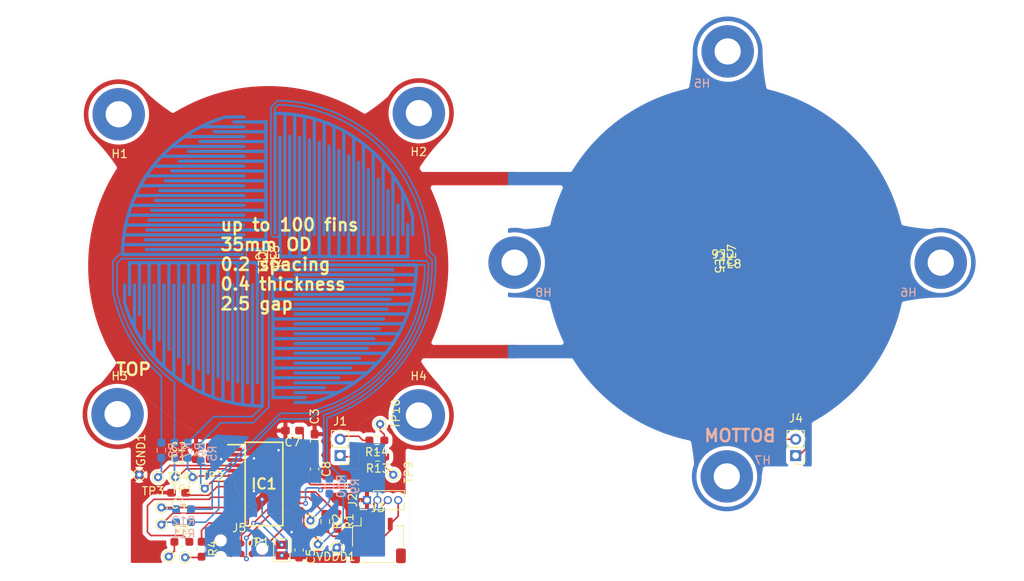
<source format=kicad_pcb>
(kicad_pcb (version 20241229) (generator "pcbnew") (generator_version "9.0")
  (layers (0 "F.Cu" signal) (2 "B.Cu" signal) (13 "F.Paste" user) (15 "B.Paste" user) (5 "F.SilkS" user "F.Silkscreen") (7 "B.SilkS" user "B.Silkscreen") (1 "F.Mask" user) (3 "B.Mask" user) (25 "Edge.Cuts" user))
  (net 0 "")
  (net 1 "Net-(IC1-VCCD)")
  (net 2 "GND")
  (net 3 "VDD")
  (net 4 "Net-(IC1-P5.2)")
  (net 5 "Net-(IC1-P5.3)")
  (net 6 "Net-(IC1-P5.0)")
  (net 7 "Net-(CE1-Pad2)")
  (net 8 "Net-(CE1-Pad1)")
  (net 9 "Net-(CE2-Pad2)")
  (net 10 "Net-(CE2-Pad1)")
  (net 15 "Net-(CE3-Pad1)")
  (net 16 "Net-(CE3-Pad2)")
  (net 17 "Net-(CE4-Pad1)")
  (net 18 "Net-(CE4-Pad2)")
  (net 19 "CAP3B")
  (net 20 "CAP2A")
  (net 22 "Net-(IC1-P0.1)")
  (net 27 "CAP0B")
  (net 28 "/RESET")
  (net 29 "Net-(IC1-P3.7)")
  (net 30 "CAP0A")
  (net 31 "CAP4A")
  (net 32 "Net-(IC1-P0.0)")
  (net 33 "CAP1A")
  (net 34 "CAP2B")
  (net 35 "CAP4B")
  (net 36 "Net-(IC1-P2.1)")
  (net 37 "Net-(IC1-P3.6)")
  (net 38 "CAP1B")
  (net 39 "Net-(IC1-P2.0)")
  (net 40 "CAP3A")
  (net 41 "SCL")
  (net 42 "SDA")
  (net 43 "/UART_TX")
  (net 44 "/UART_RX")
  (net 45 "Net-(J1-Pin_1)")
  (net 46 "Net-(J1-Pin_2)")
  (footprint "ECE382N:04W_02S_COIL_BACK" (layer "F.Cu") (at 186.462915 50.091 180)
    (property "Reference" "CE2")
    (property "Value" "C")
  )
  (footprint "MountingHole:MountingHole_3.2mm_M3_Pad" (layer "F.Cu") (at 216.813046 51.087283)
    (property "Reference" "H8")
    (property "Value" "~")
  )
  (footprint "ECE382N:04W_02S_COIL_BACK" (layer "F.Cu") (at 187.567915 50.341 90)
    (property "Reference" "CE3")
    (property "Value" "C")
  )
  (footprint "Capacitor_SMD:C_0603_1608Metric_Pad1.08x0.95mm_HandSolder" (layer "F.Cu") (at 175.8 79.2 180)
    (property "Reference" "C4")
    (property "Value" "0.1uF")
  )
  (footprint "TestPoint:TestPoint_THTPad_D1.0mm_Drill0.5mm" (layer "F.Cu") (at 177.5 77.3)
    (property "Reference" "TP2")
    (property "Value" "TestPoint")
  )
  (footprint "MountingHole:MountingHole_3.2mm_M3_Pad" (layer "F.Cu") (at 242.822646 25.280883)
    (property "Reference" "H5")
    (property "Value" "~")
  )
  (footprint "Resistor_SMD:R_0603_1608Metric_Pad0.98x0.95mm_HandSolder" (layer "F.Cu") (at 200 72.8 180)
    (property "Reference" "R14")
    (property "Value" "560")
  )
  (footprint "Connector_PinHeader_1.27mm:PinHeader_1x04_P1.27mm_Vertical" (layer "F.Cu") (at 198.795 80.1 90)
    (property "Reference" "J2")
    (property "Value" "Conn_01x04")
  )
  (footprint "Capacitor_SMD:C_0603_1608Metric_Pad1.08x0.95mm_HandSolder" (layer "F.Cu") (at 178.8 75.1 180)
    (property "Reference" "C1")
    (property "Value" "0.1uF")
  )
  (footprint "ECE382N:04W_02S_COIL_FRONT" (layer "F.Cu") (at 242.23072 49.976 180)
    (property "Reference" "CE6")
    (property "Value" "C")
  )
  (footprint "Connector_PinHeader_2.00mm:PinHeader_1x02_P2.00mm_Vertical" (layer "F.Cu") (at 251.121 74.66 180)
    (property "Reference" "J4")
    (property "Value" "Conn_01x02")
  )
  (footprint "TestPoint:TestPoint_THTPad_D1.0mm_Drill0.5mm" (layer "F.Cu") (at 175.4 77.3 180)
    (property "Reference" "TP3")
    (property "Value" "TestPoint")
  )
  (footprint "ECE382N:04W_02S_COIL_FRONT" (layer "F.Cu") (at 243.33572 50.226 90)
    (property "Reference" "CE7")
    (property "Value" "C")
  )
  (footprint "Jumper:SolderJumper-2_P1.3mm_Open_Pad1.0x1.5mm" (layer "F.Cu") (at 188.4 86.2125 90)
    (property "Reference" "JP1")
    (property "Value" "SolderJumper_2_Open")
  )
  (footprint "Capacitor_SMD:C_0603_1608Metric_Pad1.08x0.95mm_HandSolder" (layer "F.Cu") (at 192.4 72.9 90)
    (property "Reference" "C3")
    (property "Value" "2.2n")
  )
  (footprint "TestPoint:TestPoint_THTPad_D1.0mm_Drill0.5mm" (layer "F.Cu") (at 173.7 81 180)
    (property "Reference" "TP8" (hide yes))
    (property "Value" "TestPoint")
  )
  (footprint "TestPoint:TestPoint_THTPad_D1.0mm_Drill0.5mm" (layer "F.Cu") (at 202 77 180)
    (property "Reference" "TP9")
    (property "Value" "TestPoint")
  )
  (footprint "MountingHole:MountingHole_3.2mm_M3_Pad" (layer "F.Cu") (at 168.491566 32.958434)
    (property "Reference" "H1")
    (property "Value" "~")
  )
  (footprint "Connector_PinHeader_2.00mm:PinHeader_1x02_P2.00mm_Vertical" (layer "F.Cu") (at 195.5161 74.66 180)
    (property "Reference" "J1")
    (property "Value" "Conn_01x02" (hide yes))
  )
  (footprint "Connector_JST:JST_SH_SM04B-SRSS-TB_1x04-1MP_P1.00mm_Horizontal" (layer "F.Cu") (at 200.137801 85.026409)
    (property "Reference" "J3")
    (property "Value" "Conn_01x04")
  )
  (footprint "MountingHole:MountingHole_3.2mm_M3_Pad" (layer "F.Cu") (at 268.832246 51.087283)
    (property "Reference" "H6")
    (property "Value" "~")
  )
  (footprint "ECE382N:SOP65P780X200-28N" (layer "F.Cu") (at 186.223505 78.125)
    (property "Reference" "IC1")
    (property "Value" "CY8C4145PVI-PS431" (hide yes))
  )
  (footprint "TestPoint:TestPoint_THTPad_D1.0mm_Drill0.5mm" (layer "F.Cu") (at 173.3 77.3 180)
    (property "Reference" "TP4")
    (property "Value" "TestPoint")
  )
  (footprint "MountingHole:MountingHole_3.2mm_M3_Pad" (layer "F.Cu") (at 205.131046 69.749583)
    (property "Reference" "H4")
    (property "Value" "~")
  )
  (footprint "ECE382N:04W_02S_COIL_BACK" (layer "F.Cu") (at 186.012915 51.102 -90)
    (property "Reference" "CE1")
    (property "Value" "C")
  )
  (footprint "TestPoint:TestPoint_THTPad_D1.0mm_Drill0.5mm" (layer "F.Cu") (at 192.8 85.5 90)
    (property "Reference" "TP5" (hide yes))
    (property "Value" "TestPoint")
  )
  (footprint "Resistor_SMD:R_0603_1608Metric_Pad0.98x0.95mm_HandSolder" (layer "F.Cu") (at 176.2 85.2)
    (property "Reference" "R3")
    (property "Value" "330")
  )
  (footprint "TestPoint:TestPoint_THTPad_D1.0mm_Drill0.5mm" (layer "F.Cu") (at 174.6 87)
    (property "Reference" "TP11" (hide yes))
    (property "Value" "TestPoint")
  )
  (footprint "TestPoint:TestPoint_THTPad_D1.0mm_Drill0.5mm" (layer "F.Cu") (at 191.9 82.6)
    (property "Reference" "TP6" (hide yes))
    (property "Value" "TestPoint")
  )
  (footprint "ECE382N:04W_02S_COIL_BACK" (layer "F.Cu") (at 187.317915 51.362)
    (property "Reference" "CE4")
    (property "Value" "C")
  )
  (footprint "TestPoint:TestPoint_THTPad_D1.0mm_Drill0.5mm" (layer "F.Cu") (at 200.4 70.8 180)
    (property "Reference" "TP10")
    (property "Value" "TestPoint")
  )
  (footprint "Resistor_SMD:R_0603_1608Metric_Pad0.98x0.95mm_HandSolder" (layer "F.Cu") (at 178.6 86.1 90)
    (property "Reference" "R4")
    (property "Value" "330")
  )
  (footprint "Capacitor_SMD:C_0603_1608Metric_Pad1.08x0.95mm_HandSolder" (layer "F.Cu") (at 192.4 76.3 -90)
    (property "Reference" "C8")
    (property "Value" "470n")
  )
  (footprint "Resistor_SMD:R_0603_1608Metric_Pad0.98x0.95mm_HandSolder" (layer "F.Cu") (at 195.2 82.7 -90)
    (property "Reference" "R1")
    (property "Value" "330")
  )
  (footprint "TestPoint:TestPoint_THTPad_D1.0mm_Drill0.5mm" (layer "F.Cu") (at 173.7 83.1 180)
    (property "Reference" "TP7" (hide yes))
    (property "Value" "TestPoint")
  )
  (footprint "ECE382N:04W_02S_COIL_FRONT" (layer "F.Cu") (at 243.08572 51.247)
    (property "Reference" "CE8")
    (property "Value" "C")
  )
  (footprint "Connector:Tag-Connect_TC2030-IDC-NL_2x03_P1.27mm_Vertical" (layer "F.Cu") (at 183.47 86.035 180)
    (property "Reference" "J5")
    (property "Value" "Conn_ARM_SWD_TagConnect_TC2030-NL")
  )
  (footprint "TestPoint:TestPoint_THTPad_D1.0mm_Drill0.5mm" (layer "F.Cu") (at 195.1 85.9 180)
    (property "Reference" "VDDD1")
    (property "Value" "TestPoint")
  )
  (footprint "ECE382N:04W_02S_COIL_FRONT" (layer "F.Cu") (at 241.78072 50.987 -90)
    (property "Reference" "CE5")
    (property "Value" "C")
  )
  (footprint "Capacitor_SMD:C_0603_1608Metric_Pad1.08x0.95mm_HandSolder" (layer "F.Cu") (at 190.5 86.2 -90)
    (property "Reference" "C5")
    (property "Value" "1uF")
  )
  (footprint "MountingHole:MountingHole_3.2mm_M3_Pad" (layer "F.Cu") (at 168.347876 69.597883)
    (property "Reference" "H3")
    (property "Value" "~")
  )
  (footprint "MountingHole:MountingHole_3.2mm_M3_Pad" (layer "F.Cu") (at 242.715396 77.204133)
    (property "Reference" "H7")
    (property "Value" "~")
  )
  (footprint "Resistor_SMD:R_0603_1608Metric_Pad0.98x0.95mm_HandSolder" (layer "F.Cu") (at 193.7 82.7 -90)
    (property "Reference" "R2")
    (property "Value" "330")
  )
  (footprint "TestPoint:TestPoint_THTPad_D1.0mm_Drill0.5mm" (layer "F.Cu") (at 176.6 87.1)
    (property "Reference" "TP12" (hide yes))
    (property "Value" "TestPoint")
  )
  (footprint "TestPoint:TestPoint_THTPad_D1.0mm_Drill0.5mm" (layer "F.Cu") (at 171 77 -90)
    (property "Reference" "GND1")
    (property "Value" "TestPoint")
  )
  (footprint "Resistor_SMD:R_0603_1608Metric_Pad0.98x0.95mm_HandSolder" (layer "F.Cu") (at 200.1 74.8 180)
    (property "Reference" "R13")
    (property "Value" "560")
  )
  (footprint "Capacitor_SMD:C_0603_1608Metric_Pad1.08x0.95mm_HandSolder" (layer "F.Cu") (at 178.8 73.6 180)
    (property "Reference" "C2")
    (property "Value" "0.1uF")
  )
  (footprint "Capacitor_SMD:C_0603_1608Metric_Pad1.08x0.95mm_HandSolder" (layer "F.Cu") (at 189.7 71.6 180)
    (property "Reference" "C7")
    (property "Value" "470n")
  )
  (footprint "MountingHole:MountingHole_3.2mm_M3_Pad" (layer "F.Cu") (at 205.131006 32.814753)
    (property "Reference" "H2")
    (property "Value" "~")
  )
  (footprint "TestPoint:TestPoint_THTPad_D1.0mm_Drill0.5mm" (layer "F.Cu") (at 179 78.7)
    (property "Reference" "TP1")
    (property "Value" "TestPoint")
  )
  (footprint "Resistor_SMD:R_0603_1608Metric_Pad0.98x0.95mm_HandSolder" (layer "B.Cu") (at 176.4 82.8)
    (property "Reference" "R11")
    (property "Value" "560")
  )
  (footprint "Resistor_SMD:R_0603_1608Metric_Pad0.98x0.95mm_HandSolder" (layer "B.Cu") (at 178.5 74.4 90)
    (property "Reference" "R5")
    (property "Value" "560")
  )
  (footprint "Resistor_SMD:R_0603_1608Metric_Pad0.98x0.95mm_HandSolder" (layer "B.Cu") (at 173.7 74 90)
    (property "Reference" "R8")
    (property "Value" "560")
  )
  (footprint "Resistor_SMD:R_0603_1608Metric_Pad0.98x0.95mm_HandSolder" (layer "B.Cu") (at 176.4 81.2)
    (property "Reference" "R12")
    (property "Value" "560")
  )
  (footprint "Resistor_SMD:R_0603_1608Metric_Pad0.98x0.95mm_HandSolder" (layer "B.Cu") (at 176.9 74 90)
    (property "Reference" "R6")
    (property "Value" "560")
  )
  (footprint "Resistor_SMD:R_0603_1608Metric_Pad0.98x0.95mm_HandSolder" (layer "B.Cu") (at 194.2 78.4 90)
    (property "Reference" "R10")
    (property "Value" "560")
  )
  (footprint "Resistor_SMD:R_0603_1608Metric_Pad0.98x0.95mm_HandSolder" (layer "B.Cu") (at 175.3 74 90)
    (property "Reference" "R7")
    (property "Value" "560")
  )
  (footprint "Resistor_SMD:R_0603_1608Metric_Pad0.98x0.95mm_HandSolder" (layer "B.Cu") (at 195.9 78.4 90)
    (property "Reference" "R9")
    (property "Value" "560")
  )
  (gr_arc (start 242.08072 69.342) (mid 230.199447 65.004107) (end 223.908189 54.03133) (stroke (width 0.2)) (layer "F.Cu") (net 46))
  (gr_arc (start 223.91414 49.4792) (mid 228.126513 38.052858) (end 238.543406 31.744623) (stroke (width 0.2)) (layer "F.Cu") (net 46))
  (gr_arc (start 243.699965 31.736812) (mid 256.40309 37.032601) (end 261.9 49.65) (stroke (width 0.2)) (layer "F.Cu") (net 46))
  (gr_arc (start 175.173714 65.593) (mid 170.840753 60.927946) (end 168.352995 55.0672) (stroke (width 0.2)) (layer "B.Cu") (net 10))
  (gr_arc (start 205.863053 51.565005) (mid 202.033397 62.585608) (end 192.366431 69.117799) (stroke (width 0.2)) (layer "B.Cu") (net 18))
  (gr_arc (start 207.166597 51.155728) (mid 203.591214 62.679511) (end 194 70) (stroke (width 0.2)) (layer "B.Cu") (net 15))
  (gr_arc (start 187.882195 31.286187) (mid 200.876977 36.761217) (end 206.469101 49.70604) (stroke (width 0.2)) (layer "B.Cu") (net 15))
  (gr_arc (start 187.963946 31.797564) (mid 200.635265 37.240356) (end 205.964164 49.96) (stroke (width 0.2)) (layer "B.Cu") (net 16))
  (gr_arc (start 173.7 65) (mid 169.904174 60.343148) (end 167.776338 54.724707) (stroke (width 0.2)) (layer "B.Cu") (net 9))
  (gr_arc (start 206.299177 51.353274) (mid 202.486677 62.707486) (end 192.620041 69.497405) (stroke (width 0.2)) (layer "B.Cu") (net 17))
  (gr_arc (start 206.735478 51.155121) (mid 203.151587 62.548483) (end 193.569796 69.678858) (stroke (width 0.2)) (layer "B.Cu") (net 16))
  (gr_arc (start 208.766824 56.123035) (mid 204.854234 64.641913) (end 197.784146 70.797682) (stroke (width 0.008)) (layer "F.SilkS"))
  (gr_arc (start 182.464917 73.10369) (mid 174.257781 69.560132) (end 168.103842 63.076083) (stroke (width 0.008)) (layer "F.SilkS"))
  (gr_line (start 197.784146 70.797682) (end 197.784146 76.284083) (stroke (width 0.008)) (layer "F.SilkS"))
  (gr_line (start 197.784146 76.284083) (end 191.814195 76.284083) (stroke (width 0.008)) (layer "F.SilkS"))
  (gr_line (start 191.676799 77.182719) (end 191.814195 76.284083) (stroke (width 0.008)) (layer "F.SilkS"))
  (gr_arc (start 191.676799 77.182719) (mid 186.3339 81.703965) (end 182.815522 75.653404) (stroke (width 0.008)) (layer "F.SilkS"))
  (gr_arc (start 182.464917 73.10369) (mid 182.678102 74.373338) (end 182.815522 75.653404) (stroke (width 0.008)) (layer "F.SilkS"))
  (gr_arc (start 216.813046 55.653635) (mid 212.2889 50.467868) (end 218.040426 46.688975) (stroke (width 0.008)) (layer "Edge.Cuts"))
  (gr_line (start 206.966778 60.840883) (end 222.487259 60.840883) (stroke (width 0.008)) (layer "Edge.Cuts"))
  (gr_arc (start 165.262667 36.187333) (mid 166.696577 37.771834) (end 167.965653 39.49119) (stroke (width 0.008)) (layer "Edge.Cuts"))
  (gr_arc (start 222.487259 60.840883) (mid 221.529753 58.483548) (end 220.847236 56.032423) (stroke (width 0.008)) (layer "Edge.Cuts"))
  (gr_line (start 203.808246 88.069683) (end 203.808246 74.120137) (stroke (width 0.008)) (layer "Edge.Cuts"))
  (gr_arc (start 175.107991 32.487779) (mid 173.343807 31.195145) (end 171.720464 29.729536) (stroke (width 0.008)) (layer "Edge.Cuts"))
  (gr_arc (start 238.256294 25.280883) (mid 242.822646 20.714531) (end 247.388998 25.280883) (stroke (width 0.008)) (layer "Edge.Cuts"))
  (gr_line (start 208.344731 66.505547) (end 207.806458 65.772968) (stroke (width 0.008)) (layer "Edge.Cuts"))
  (gr_arc (start 247.281699 77.182719) (mid 241.9388 81.703965) (end 238.420422 75.653404) (stroke (width 0.008)) (layer "Edge.Cuts"))
  (gr_arc (start 267.604866 46.688975) (mid 273.356392 50.467868) (end 268.832246 55.653635) (stroke (width 0.008)) (layer "Edge.Cuts"))
  (gr_arc (start 223.583609 39.708083) (mid 229.665648 33.160005) (end 237.831414 29.528363) (stroke (width 0.008)) (layer "Edge.Cuts"))
  (gr_arc (start 220.895547 46.331918) (mid 219.473982 46.558391) (end 218.040426 46.688975) (stroke (width 0.008)) (layer "Edge.Cuts"))
  (gr_arc (start 264.371724 56.123035) (mid 266.58967 55.771307) (end 268.832246 55.653635) (stroke (width 0.008)) (layer "Edge.Cuts"))
  (gr_arc (start 216.813046 55.653635) (mid 218.839013 55.748539) (end 220.847236 56.032423) (stroke (width 0.008)) (layer "Edge.Cuts"))
  (gr_arc (start 205.537759 39.52963) (mid 205.594166 39.618724) (end 205.65015 39.708083) (stroke (width 0.008)) (layer "Edge.Cuts"))
  (gr_arc (start 267.604866 46.688975) (mid 265.955471 46.530284) (end 264.323254 46.244706) (stroke (width 0.008)) (layer "Edge.Cuts"))
  (gr_arc (start 175.107991 32.487779) (mid 186.826148 29.211232) (end 198.518452 32.57887) (stroke (width 0.008)) (layer "Edge.Cuts"))
  (gr_line (start 253.389046 70.797682) (end 253.389046 76.284083) (stroke (width 0.008)) (layer "Edge.Cuts"))
  (gr_line (start 169.670646 73.968446) (end 169.670646 88.069683) (stroke (width 0.008)) (layer "Edge.Cuts"))
  (gr_arc (start 238.256294 25.280883) (mid 238.149809 27.415222) (end 237.831414 29.528363) (stroke (width 0.008)) (layer "Edge.Cuts"))
  (gr_arc (start 201.153049 30.572566) (mid 207.892066 29.177708) (end 208.359909 36.043649) (stroke (width 0.008)) (layer "Edge.Cuts"))
  (gr_arc (start 247.833969 29.626599) (mid 247.500531 27.465102) (end 247.388998 25.280883) (stroke (width 0.008)) (layer "Edge.Cuts"))
  (gr_arc (start 207.806458 65.772968) (mid 206.71664 64.502747) (end 205.729285 63.151349) (stroke (width 0.008)) (layer "Edge.Cuts"))
  (gr_line (start 223.708742 63.076083) (end 205.775282 63.076083) (stroke (width 0.008)) (layer "Edge.Cuts"))
  (gr_arc (start 201.153049 30.572566) (mid 199.874538 31.626653) (end 198.518452 32.57887) (stroke (width 0.008)) (layer "Edge.Cuts"))
  (gr_arc (start 205.775282 63.076083) (mid 205.752322 63.113739) (end 205.729285 63.151349) (stroke (width 0.008)) (layer "Edge.Cuts"))
  (gr_arc (start 205.537759 39.52963) (mid 206.857374 37.712596) (end 208.359909 36.043649) (stroke (width 0.008)) (layer "Edge.Cuts"))
  (gr_line (start 205.65015 39.708083) (end 223.583609 39.708083) (stroke (width 0.008)) (layer "Edge.Cuts"))
  (gr_arc (start 264.371724 56.123035) (mid 260.459134 64.641913) (end 253.389046 70.797682) (stroke (width 0.008)) (layer "Edge.Cuts"))
  (gr_arc (start 238.069817 73.10369) (mid 229.862681 69.560132) (end 223.708742 63.076083) (stroke (width 0.008)) (layer "Edge.Cuts"))
  (gr_arc (start 208.344731 66.505547) (mid 209.053974 72.086716) (end 203.808246 74.120137) (stroke (width 0.008)) (layer "Edge.Cuts"))
  (gr_arc (start 238.069817 73.10369) (mid 238.283002 74.373338) (end 238.420422 75.653404) (stroke (width 0.008)) (layer "Edge.Cuts"))
  (gr_line (start 222.392107 41.943283) (end 206.871633 41.943283) (stroke (width 0.008)) (layer "Edge.Cuts"))
  (gr_line (start 247.281699 77.182719) (end 247.419095 76.284083) (stroke (width 0.008)) (layer "Edge.Cuts"))
  (gr_arc (start 206.871633 41.943283) (mid 209.021783 51.381497) (end 206.966778 60.840883) (stroke (width 0.008)) (layer "Edge.Cuts"))
  (gr_arc (start 220.895547 46.331918) (mid 221.529363 44.098566) (end 222.392107 41.943283) (stroke (width 0.008)) (layer "Edge.Cuts"))
  (gr_arc (start 169.670646 73.968446) (mid 164.148379 71.391131) (end 166.105697 65.619918) (stroke (width 0.008)) (layer "Edge.Cuts"))
  (gr_line (start 169.670646 88.069683) (end 203.808246 88.069683) (stroke (width 0.008)) (layer "Edge.Cuts"))
  (gr_arc (start 165.262667 36.187333) (mid 165.262667 29.729535) (end 171.720464 29.729536) (stroke (width 0.008)) (layer "Edge.Cuts"))
  (gr_arc (start 167.872095 63.348564) (mid 164.456998 51.406301) (end 167.965653 39.49119) (stroke (width 0.008)) (layer "Edge.Cuts"))
  (gr_line (start 253.389046 76.284083) (end 247.419095 76.284083) (stroke (width 0.008)) (layer "Edge.Cuts"))
  (gr_arc (start 167.872095 63.348564) (mid 167.027037 64.513902) (end 166.105697 65.619918) (stroke (width 0.008)) (layer "Edge.Cuts"))
  (gr_arc (start 247.833969 29.626599) (mid 258.436826 35.595719) (end 264.323254 46.244706) (stroke (width 0.008)) (layer "Edge.Cuts"))
  (gr_text "TOP" (at 168 65 0) (layer "F.SilkS") (effects (font (size 1.5 1.5) (thickness 0.3) (bold yes)) (justify left bottom)))
  (gr_text "up to 100 fins\n35mm OD\n0.2 spacing\n0.4 thickness\n2.5 gap" (at 180.75 57 0) (layer "F.SilkS") (effects (font (size 1.5 1.5) (thickness 0.3) (bold yes)) (justify left bottom)))
  (gr_text "BOTTOM" (at 248.85 73.1 0) (layer "B.SilkS") (effects (font (size 1.5 1.5) (thickness 0.3) (bold yes)) (justify left bottom mirror)))
  (segment (start 180.1 73.9) (end 182.685505 73.9) (width 0.2) (layer "F.Cu") (net 1))
  (segment (start 184.1 79.1) (end 185 80) (width 0.2) (layer "F.Cu") (net 2))
  (segment (start 198.795 82.86921) (end 198.637801 83.026409) (width 0.2) (layer "F.Cu") (net 2))
  (segment (start 198.795 80.1) (end 198.795 82.86921) (width 0.2) (layer "F.Cu") (net 2))
  (segment (start 182.2 84.8) (end 183.699 83.301) (width 0.2) (layer "F.Cu") (net 2))
  (segment (start 185 74) (end 186 74) (width 0.2) (layer "F.Cu") (net 2))
  (segment (start 184.301 82.9661) (end 184.301 82) (width 0.2) (layer "F.Cu") (net 2))
  (segment (start 182.685505 74.55) (end 184.45 74.55) (width 0.2) (layer "F.Cu") (net 2))
  (segment (start 184.301 82) (end 185 82) (width 0.2) (layer "F.Cu") (net 2))
  (segment (start 183.699 83.301) (end 183.9661 83.301) (width 0.2) (layer "F.Cu") (net 2))
  (segment (start 184.45 74.55) (end 185 74) (width 0.2) (layer "F.Cu") (net 2))
  (segment (start 183.9661 83.301) (end 184.301 82.9661) (width 0.2) (layer "F.Cu") (net 2))
  (segment (start 182.685505 79.1) (end 184.1 79.1) (width 0.2) (layer "F.Cu") (net 2))
  (segment (start 182.2 85.4) (end 182.2 84.8) (width 0.2) (layer "F.Cu") (net 2))
  (via (at 186 80) (size 0.6) (drill 0.3) (layers "F.Cu" "B.Cu") (net 2))
  (via (at 188.4 86.862499) (size 0.6) (drill 0.3) (layers "F.Cu" "B.Cu") (net 2))
  (segment (start 189 85) (end 189 86.262499) (width 0.2) (layer "B.Cu") (net 2))
  (segment (start 186 82) (end 189 85) (width 0.2) (layer "B.Cu") (net 2))
  (segment (start 189 86.262499) (end 188.4 86.862499) (width 0.2) (layer "B.Cu") (net 2))
  (segment (start 186 80) (end 186 82) (width 0.2) (layer "B.Cu") (net 2))
  (segment (start 182.685505 75.2) (end 184.8 75.2) (width 0.2) (layer "F.Cu") (net 3))
  (segment (start 182.585505 75.1) (end 182.685505 75.2) (width 0.2) (layer "F.Cu") (net 3))
  (segment (start 179.464686 79.501) (end 180.515686 78.45) (width 0.2) (layer "F.Cu") (net 3))
  (segment (start 179.6625 75.1) (end 181 75.1) (width 0.2) (layer "F.Cu") (net 3))
  (segment (start 195.1 85.9) (end 194.600001 86.399999) (width 0.2) (layer "F.Cu") (net 3))
  (segment (start 176.963501 79.501) (end 179.464686 79.501) (width 0.2) (layer "F.Cu") (net 3))
  (segment (start 181 75.1) (end 182.585505 75.1) (width 0.2) (layer "F.Cu") (net 3))
  (segment (start 184.45 78.45) (end 185 79) (width 0.2) (layer "F.Cu") (net 3))
  (segment (start 180.515686 78.45) (end 182.685505 78.45) (width 0.2) (layer "F.Cu") (net 3))
  (segment (start 189.761505 73.9) (end 188.1 73.9) (width 0.2) (layer "F.Cu") (net 3))
  (segment (start 190.5 85.337499) (end 190.5 84.9) (width 0.2) (layer "F.Cu") (net 3))
  (segment (start 194.600001 86.399999) (end 191.5625 86.399999) (width 0.2) (layer "F.Cu") (net 3))
  (segment (start 200.065 80.1) (end 199.637801 80.527199) (width 0.2) (layer "F.Cu") (net 3))
  (segment (start 188.1 73.9) (end 188 74) (width 0.2) (layer "F.Cu") (net 3))
  (segment (start 184.74 85.4) (end 185.150252 84.989748) (width 0.2) (layer "F.Cu") (net 3))
  (segment (start 176.662501 79.2) (end 176.963501 79.501) (width 0.2) (layer "F.Cu") (net 3))
  (segment (start 189.6 82.511505) (end 189.761505 82.35) (width 0.2) (layer "F.Cu") (net 3))
  (segment (start 185.150252 84.989748) (end 185.999901 84.989748) (width 0.2) (layer "F.Cu") (net 3))
  (segment (start 182.685505 78.45) (end 184.45 78.45) (width 0.2) (layer "F.Cu") (net 3))
  (segment (start 184.8 75.2) (end 185 75) (width 0.2) (layer "F.Cu") (net 3))
  (segment (start 189.6 84) (end 189.6 82.511505) (width 0.2) (layer "F.Cu") (net 3))
  (segment (start 199.637801 80.527199) (end 199.637801 83.026409) (width 0.2) (layer "F.Cu") (net 3))
  (segment (start 191.5625 86.399999) (end 190.5 85.337499) (width 0.2) (layer "F.Cu") (net 3))
  (segment (start 190.5 84.9) (end 189.6 84) (width 0.2) (layer "F.Cu") (net 3))
  (via (at 185 75) (size 0.6) (drill 0.3) (layers "F.Cu" "B.Cu") (net 3))
  (via (at 185.999901 84.989748) (size 0.6) (drill 0.3) (layers "F.Cu" "B.Cu") (net 3))
  (via (at 185 79) (size 0.6) (drill 0.3) (layers "F.Cu" "B.Cu") (net 3))
  (via (at 181 75.1) (size 0.6) (drill 0.3) (layers "F.Cu" "B.Cu") (net 3))
  (via (at 188 74) (size 0.6) (drill 0.3) (layers "F.Cu" "B.Cu") (net 3))
  (via (at 189.6 84) (size 0.6) (drill 0.3) (layers "F.Cu" "B.Cu") (net 3))
  (segment (start 200.065 80.1) (end 200.065 80.935) (width 0.2) (layer "B.Cu") (net 3))
  (segment (start 200 81) (end 199.5 81.5) (width 0.2) (layer "B.Cu") (net 3))
  (segment (start 200.065 80.935) (end 200 81) (width 0.2) (layer "B.Cu") (net 3))
  (segment (start 200.065 80.1) (end 200.065 78.565) (width 0.2) (layer "B.Cu") (net 3))
  (segment (start 192.2 73.737499) (end 190.737499 75.2) (width 0.2) (layer "F.Cu") (net 4))
  (segment (start 190.737499 75.2) (end 189.761505 75.2) (width 0.2) (layer "F.Cu") (net 4))
  (segment (start 191 74.199999) (end 190.649999 74.55) (width 0.2) (layer "F.Cu") (net 5))
  (segment (start 190.562501 71.6) (end 191 72.037499) (width 0.2) (layer "F.Cu") (net 5))
  (segment (start 190.649999 74.55) (end 189.761505 74.55) (width 0.2) (layer "F.Cu") (net 5))
  (segment (start 191 72.037499) (end 191 74.199999) (width 0.2) (layer "F.Cu") (net 5))
  (segment (start 191.987499 75.85) (end 189.761505 75.85) (width 0.2) (layer "F.Cu") (net 6))
  (segment (start 192.4 75.437499) (end 191.987499 75.85) (width 0.2) (layer "F.Cu") (net 6))
  (segment (start 184.8 69.9) (end 180.0875 69.9) (width 0.2) (layer "B.Cu") (net 7))
  (segment (start 186.012915 61.402) (end 186.012915 68.687085) (width 0.2) (layer "B.Cu") (net 7))
  (segment (start 180.0875 69.9) (end 176.9 73.0875) (width 0.2) (layer "B.Cu") (net 7))
  (segment (start 186.012915 68.687085) (end 184.8 69.9) (width 0.2) (layer "B.Cu") (net 7))
  (segment (start 180.95 70.65) (end 184.9 70.65) (width 0.2) (layer "B.Cu") (net 8))
  (segment (start 178.5 73.075) (end 178.525 73.075) (width 0.2) (layer "B.Cu") (net 8))
  (segment (start 178.525 73.075) (end 180.95 70.65) (width 0.2) (layer "B.Cu") (net 8))
  (segment (start 186.816915 68.733085) (end 186.816915 54.03613) (width 0.2) (layer "B.Cu") (net 8))
  (segment (start 184.9 70.65) (end 186.816915 68.733085) (width 0.2) (layer "B.Cu") (net 8))
  (segment (start 185.412915 53.83213) (end 185.412915 58.497) (width 0.2) (layer "B.Cu") (net 8))
  (segment (start 186.816915 54.03613) (end 186.281785 53.501) (width 0.2) (layer "B.Cu") (net 8))
  (segment (start 185.744045 53.501) (end 185.412915 53.83213) (width 0.2) (layer "B.Cu") (net 8))
  (segment (start 186.281785 53.501) (end 185.744045 53.501) (width 0.2) (layer "B.Cu") (net 8))
  (segment (start 170.65 50.1) (end 169.717815 50.1) (width 0.2) (layer "B.Cu") (net 9))
  (segment (start 176.662915 50.091) (end 168.562915 50.091) (width 0.2) (layer "B.Cu") (net 9))
  (segment (start 168.562915 50.091) (end 167.776338 50.877577) (width 0.2) (layer "B.Cu") (net 9))
  (segment (start 176.662915 50.091) (end 170.407157 50.091) (width 0.2) (layer "B.Cu") (net 9))
  (segment (start 171.012057 50.091) (end 170.679857 50.091) (width 0.2) (layer "B.Cu") (net 9))
  (segment (start 169.717815 50.1) (end 169.385615 50.1) (width 0.2) (layer "B.Cu") (net 9))
  (segment (start 167.776338 50.877577) (end 167.776338 54.724707) (width 0.2) (layer "B.Cu") (net 9))
  (segment (start 173.7 73.0875) (end 173.7 65.9049) (width 0.2) (layer "B.Cu") (net 9))
  (segment (start 173.7 65.9049) (end 173.7 65) (width 0.2) (layer "B.Cu") (net 9))
  (segment (start 175.3 73.0875) (end 175.3 65.719286) (width 0.2) (layer "B.Cu") (net 10))
  (segment (start 184.063915 49.82213) (end 183.732785 49.491) (width 0.2) (layer "B.Cu") (net 10))
  (segment (start 183.732785 49.491) (end 179.067915 49.491) (width 0.2) (layer "B.Cu") (net 10))
  (segment (start 184.063915 50.35987) (end 184.063915 49.82213) (width 0.2) (layer "B.Cu") (net 10))
  (segment (start 168.352995 55.0672) (end 168.2951 55.009305) (width 0.2) (layer "B.Cu") (net 10))
  (segment (start 168.2951 55.009305) (end 168.2951 51.152715) (width 0.2) (layer "B.Cu") (net 10))
  (segment (start 183.831785 50.592) (end 184.063915 50.35987) (width 0.2) (layer "B.Cu") (net 10))
  (segment (start 168.2951 51.152715) (end 168.855815 50.592) (width 0.2) (layer "B.Cu") (net 10))
  (segment (start 175.3 65.719286) (end 175.173714 65.593) (width 0.2) (layer "B.Cu") (net 10))
  (segment (start 168.855815 50.592) (end 183.831785 50.592) (width 0.2) (layer "B.Cu") (net 10))
  (segment (start 195.9 77.4875) (end 193.9125 75.5) (width 0.2) (layer "B.Cu") (net 15))
  (segment (start 206.469101 49.70604) (end 207.166597 50.403536) (width 0.2) (layer "B.Cu") (net 15))
  (segment (start 187.066915 32.101467) (end 187.066915 47.70987) (width 0.2) (layer "B.Cu") (net 15))
  (segment (start 187.836785 47.942) (end 188.167915 47.61087) (width 0.2) (layer "B.Cu") (net 15))
  (segment (start 207.166597 50.403536) (end 207.166597 51.155728) (width 0.2) (layer "B.Cu") (net 15))
  (segment (start 188.167915 47.61087) (end 188.167915 42.946) (width 0.2) (layer "B.Cu") (net 15))
  (segment (start 187.299045 47.942) (end 187.836785 47.942) (width 0.2) (layer "B.Cu") (net 15))
  (segment (start 193.9125 70.0875) (end 194 70) (width 0.2) (layer "B.Cu") (net 15))
  (segment (start 187.882195 31.286187) (end 187.066915 32.101467) (width 0.2) (layer "B.Cu") (net 15))
  (segment (start 187.066915 47.70987) (end 187.299045 47.942) (width 0.2) (layer "B.Cu") (net 15))
  (segment (start 193.9125 75.5) (end 193.9125 70.0875) (width 0.2) (layer "B.Cu") (net 15))
  (segment (start 187.567915 32.193595) (end 187.963946 31.797564) (width 0.2) (layer "B.Cu") (net 16))
  (segment (start 187.567915 40.441) (end 187.567915 32.193595) (width 0.2) (layer "B.Cu") (net 16))
  (segment (start 193.5115 75.6661) (end 194.3 76.4546) (width 0.2) (layer "B.Cu") (net 16))
  (segment (start 193.5115 69.737154) (end 193.5115 70.9885) (width 0.2) (layer "B.Cu") (net 16))
  (segment (start 193.5115 71) (end 193.5115 75.6661) (width 0.2) (layer "B.Cu") (net 16))
  (segment (start 193.5115 70.9885) (end 193.5 71) (width 0.2) (layer "B.Cu") (net 16))
  (segment (start 205.964164 49.96) (end 206.735478 50.731314) (width 0.2) (layer "B.Cu") (net 16))
  (segment (start 187.963946 31.797564) (end 187.954759 31.797564) (width 0.2) (layer "B.Cu") (net 16))
  (segment (start 193.569796 69.678858) (end 193.5115 69.737154) (width 0.2) (layer "B.Cu") (net 16))
  (segment (start 194.3 76.4546) (end 194.3 77.3875) (width 0.2) (layer "B.Cu") (net 16))
  (segment (start 206.735478 50.731314) (end 206.735478 51.155121) (width 0.2) (layer "B.Cu") (net 16))
  (segment (start 194.3 77.3875) (end 194.2 77.4875) (width 0.2) (layer "B.Cu") (net 16))
  (segment (start 193.5 71) (end 193.5115 71) (width 0.2) (layer "B.Cu") (net 16))
  (segment (start 179.1 82.8) (end 177.3125 82.8) (width 0.2) (layer "B.Cu") (net 17))
  (segment (start 192.620041 69.497405) (end 191.9251 70.192346) (width 0.2) (layer "B.Cu") (net 17))
  (segment (start 189.716915 51.09313) (end 189.968045 50.842) (width 0.2) (layer "B.Cu") (net 17))
  (segment (start 180.7 77.5671) (end 180.7 81.2) (width 0.2) (layer "B.Cu") (net 17))
  (segment (start 194.712915 51.962) (end 190.048045 51.962) (width 0.2) (layer "B.Cu") (net 17))
  (segment (start 180.7 81.2) (end 179.1 82.8) (width 0.2) (layer "B.Cu") (net 17))
  (segment (start 206.299177 51.353274) (end 206.299177 51.173261) (width 0.2) (layer "B.Cu") (net 17))
  (segment (start 188.074754 70.192346) (end 180.7 77.5671) (width 0.2) (layer "B.Cu") (net 17))
  (segment (start 190.048045 51.962) (end 189.716915 51.63087) (width 0.2) (layer "B.Cu") (net 17))
  (segment (start 189.716915 51.63087) (end 189.716915 51.09313) (width 0.2) (layer "B.Cu") (net 17))
  (segment (start 206.299177 51.173261) (end 205.967916 50.842) (width 0.2) (layer "B.Cu") (net 17))
  (segment (start 189.968045 50.842) (end 205.967916 50.842) (width 0.2) (layer "B.Cu") (net 17))
  (segment (start 191.9251 70.192346) (end 188.074754 70.192346) (width 0.2) (layer "B.Cu") (net 17))
  (segment (start 205.815189 51.362) (end 197.617915 51.362) (width 0.2) (layer "B.Cu") (net 18))
  (segment (start 191.992115 69.492115) (end 188.207885 69.492115) (width 0.2) (layer "B.Cu") (net 18))
  (segment (start 179.9 77.8) (end 179.9 81.2) (width 0.2) (layer "B.Cu") (net 18))
  (segment (start 192.366431 69.117799) (end 191.992115 69.492115) (width 0.2) (layer "B.Cu") (net 18))
  (segment (start 205.863053 51.409864) (end 205.815189 51.362) (width 0.2) (layer "B.Cu") (net 18))
  (segment (start 205.863053 51.565005) (end 205.863053 51.409864) (width 0.2) (layer "B.Cu") (net 18))
  (segment (start 179.9 81.2) (end 177.3125 81.2) (width 0.2) (layer "B.Cu") (net 18))
  (segment (start 188.207885 69.492115) (end 179.9 77.8) (width 0.2) (layer "B.Cu") (net 18))
  (segment (start 190.849005 81.05) (end 189.761505 81.05) (width 0.2) (layer "F.Cu") (net 19))
  (segment (start 191.9 82.100995) (end 190.849005 81.05) (width 0.2) (layer "F.Cu") (net 19))
  (segment (start 189.761505 81.174) (end 189.761505 81.05) (width 0.2) (layer "F.Cu") (net 19))
  (segment (start 194.2 80.3) (end 191.9 82.6) (width 0.2) (layer "B.Cu") (net 19))
  (segment (start 194.2 79.3125) (end 194.2 80.3) (width 0.2) (layer "B.Cu") (net 19))
  (segment (start 182.685505 76.5) (end 182.561505 76.376) (width 0.2) (layer "F.Cu") (net 20))
  (segment (start 176.723 76.277) (end 175.6 77.4) (width 0.2) (layer "F.Cu") (net 20))
  (segment (start 181.497005 76.376) (end 181.497005 76.277) (width 0.2) (layer "F.Cu") (net 20))
  (segment (start 181.497005 76.277) (end 176.723 76.277) (width 0.2) (layer "F.Cu") (net 20))
  (segment (start 182.561505 76.376) (end 181.497005 76.376) (width 0.2) (layer "F.Cu") (net 20))
  (segment (start 175.3 77.1) (end 175.6 77.4) (width 0.2) (layer "B.Cu") (net 20))
  (segment (start 175.3 74.9125) (end 175.3 77.1) (width 0.2) (layer "B.Cu") (net 20))
  (segment (start 183.477687 86.67) (end 184.07737 87.269683) (width 0.2) (layer "F.Cu") (net 22))
  (segment (start 188.2 78.3329) (end 188.2 78.274005) (width 0.2) (layer "F.Cu") (net 22))
  (segment (start 188.172005 78.360895) (end 188.2 78.3329) (width 0.2) (layer "F.Cu") (net 22))
  (segment (start 188.2 78.274005) (end 188.674005 77.8) (width 0.2) (layer "F.Cu") (net 22))
  (segment (start 188.172005 80.627995) (end 188.172005 78.360895) (width 0.2) (layer "F.Cu") (net 22))
  (segment (start 184.07737 84.72263) (end 188.172005 80.627995) (width 0.2) (layer "F.Cu") (net 22))
  (segment (start 183.47 86.67) (end 183.477687 86.67) (width 0.2) (layer "F.Cu") (net 22))
  (segment (start 188.674005 77.8) (end 189.761505 77.8) (width 0.2) (layer "F.Cu") (net 22))
  (via (at 184.07737 87.269683) (size 0.6) (drill 0.3) (layers "F.Cu" "B.Cu") (net 22))
  (via (at 184.07737 84.72263) (size 0.6) (drill 0.3) (layers "F.Cu" "B.Cu") (net 22))
  (segment (start 184.07737 84.72263) (end 184.07737 87.269683) (width 0.2) (layer "B.Cu") (net 22))
  (segment (start 192.4 78.2) (end 191.9 78.2) (width 0.2) (layer "F.Cu") (net 27))
  (segment (start 200 73.7125) (end 200 75.2454) (width 0.2) (layer "F.Cu") (net 27))
  (segment (start 200.4 71.575) (end 200.4 70.8) (width 0.2) (layer "F.Cu") (net 27))
  (segment (start 192.401 78.199) (end 192.4 78.2) (width 0.2) (layer "F.Cu") (net 27))
  (segment (start 190.85 77.15) (end 189.761505 77.15) (width 0.2) (layer "F.Cu") (net 27))
  (segment (start 200 75.2454) (end 197.0464 78.199) (width 0.2) (layer "F.Cu") (net 27))
  (segment (start 200.9125 72.8) (end 200 73.7125) (width 0.2) (layer "F.Cu") (net 27))
  (segment (start 200.9125 72.8) (end 200.9125 72.0875) (width 0.2) (layer "F.Cu") (net 27))
  (segment (start 197.0464 78.199) (end 192.401 78.199) (width 0.2) (layer "F.Cu") (net 27))
  (segment (start 200.9125 72.0875) (end 200.4 71.575) (width 0.2) (layer "F.Cu") (net 27))
  (segment (start 191.9 78.2) (end 190.85 77.15) (width 0.2) (layer "F.Cu") (net 27))
  (segment (start 184.93355 82.93355) (end 187.771005 80.096095) (width 0.2) (layer "F.Cu") (net 28))
  (segment (start 183.47 84.77) (end 183.47 85.4) (width 0.2) (layer "F.Cu") (net 28))
  (segment (start 183.8182 84.03033) (end 183.81822 84.03035) (width 0.2) (layer "F.Cu") (net 28))
  (segment (start 183.47 85.4) (end 183.47 84.3971) (width 0.2) (layer "F.Cu") (net 28))
  (segment (start 183.47 84.3971) (end 184.93355 82.93355) (width 0.2) (layer "F.Cu") (net 28))
  (segment (start 188.697005 76.5) (end 189.761505 76.5) (width 0.2) (layer "F.Cu") (net 28))
  (segment (start 187.771005 80.096095) (end 187.771005 77.426) (width 0.2) (layer "F.Cu") (net 28))
  (segment (start 187.771005 77.426) (end 188.697005 76.5) (width 0.2) (layer "F.Cu") (net 28))
  (via (at 188.4 85.562501) (size 0.6) (drill 0.3) (layers "F.Cu" "B.Cu") (net 28))
  (via (at 184.93355 82.93355) (size 0.6) (drill 0.3) (layers "F.Cu" "B.Cu") (net 28))
  (segment (start 188.4 85.562501) (end 185.771048 82.93355) (width 0.2) (layer "B.Cu") (net 28))
  (segment (start 185.771048 82.93355) (end 184.93355 82.93355) (width 0.2) (layer "B.Cu") (net 28))
  (segment (start 192.5125 79.1) (end 195.2 81.7875) (width 0.2) (layer "F.Cu") (net 29))
  (segment (start 189.761505 79.1) (end 192.5125 79.1) (width 0.2) (layer "F.Cu") (net 29))
  (segment (start 201.0125 74.8) (end 201.0125 76.0125) (width 0.2) (layer "F.Cu") (net 30))
  (segment (start 193.130515 78.869485) (end 193.130515 78.678522) (width 0.2) (layer "F.Cu") (net 30))
  (segment (start 201.0125 76.0125) (end 202 77) (width 0.2) (layer "F.Cu") (net 30))
  (segment (start 193.209037 78.6) (end 197.2125 78.6) (width 0.2) (layer "F.Cu") (net 30))
  (segment (start 191.3 80.5) (end 189.861505 80.5) (width 0.2) (layer "F.Cu") (net 30))
  (segment (start 197.2125 78.6) (end 201.0125 74.8) (width 0.2) (layer "F.Cu") (net 30))
  (segment (start 193.130515 78.678522) (end 193.209037 78.6) (width 0.2) (layer "F.Cu") (net 30))
  (segment (start 189.861505 80.5) (end 189.761505 80.4) (width 0.2) (layer "F.Cu") (net 30))
  (via (at 193.130515 78.869485) (size 0.6) (drill 0.3) (layers "F.Cu" "B.Cu") (net 30))
  (via (at 191.3 80.5) (size 0.6) (drill 0.3) (layers "F.Cu" "B.Cu") (net 30))
  (segment (start 192.861029 78.6) (end 191.5 78.6) (width 0.2) (layer "B.Cu") (net 30))
  (segment (start 193.130515 78.869485) (end 192.861029 78.6) (width 0.2) (layer "B.Cu") (net 30))
  (segment (start 191.5 78.6) (end 191.3 78.8) (width 0.2) (layer "B.Cu") (net 30))
  (segment (start 191.3 78.8) (end 191.3 80.5) (width 0.2) (layer "B.Cu") (net 30))
  (segment (start 175.1 81.7) (end 182.685505 81.7) (width 0.2) (layer "F.Cu") (net 31))
  (segment (start 173.7 83.1) (end 175.1 81.7) (width 0.2) (layer "F.Cu") (net 31))
  (segment (start 175.4875 82.8) (end 174 82.8) (width 0.2) (layer "B.Cu") (net 31))
  (segment (start 174 82.8) (end 173.7 83.1) (width 0.2) (layer "B.Cu") (net 31))
  (segment (start 188.573005 78.526995) (end 188.573005 83.537496) (width 0.2) (layer "F.Cu") (net 32))
  (segment (start 188.65 78.45) (end 188.573005 78.526995) (width 0.2) (layer "F.Cu") (net 32))
  (segment (start 186.8563 86.385549) (end 186.360549 86.8813) (width 0.2) (layer "F.Cu") (net 32))
  (segment (start 184.9513 86.8813) (end 184.74 86.67) (width 0.2) (layer "F.Cu") (net 32))
  (segment (start 188.573005 83.537496) (end 186.8563 85.254201) (width 0.2) (layer "F.Cu") (net 32))
  (segment (start 189.761505 78.45) (end 188.65 78.45) (width 0.2) (layer "F.Cu") (net 32))
  (segment (start 186.360549 86.8813) (end 184.9513 86.8813) (width 0.2) (layer "F.Cu") (net 32))
  (segment (start 186.8563 85.254201) (end 186.8563 86.385549) (width 0.2) (layer "F.Cu") (net 32))
  (segment (start 179.1 78.6) (end 179.9 77.8) (width 0.2) (layer "F.Cu") (net 33))
  (segment (start 179.9 77.8) (end 182.685505 77.8) (width 0.2) (layer "F.Cu") (net 33))
  (segment (start 178.5 75.3125) (end 178.5 78.2) (width 0.2) (layer "B.Cu") (net 33))
  (segment (start 178.5 78.2) (end 179 78.7) (width 0.2) (layer "B.Cu") (net 33))
  (segment (start 178.5 75.3125) (end 179.1 75.9125) (width 0.2) (layer "B.Cu") (net 33))
  (segment (start 182.659505 75.876) (end 174.776 75.876) (width 0.2) (layer "F.Cu") (net 34))
  (segment (start 182.685505 75.85) (end 182.659505 75.876) (width 0.2) (layer "F.Cu") (net 34))
  (segment (start 173.3 77.3) (end 174.75 75.85) (width 0.2) (layer "F.Cu") (net 34))
  (segment (start 174.776 75.876) (end 174.75 75.85) (width 0.2) (layer "F.Cu") (net 34))
  (segment (start 173.7 74.9125) (end 173.7 76.9) (width 0.2) (layer "B.Cu") (net 34))
  (segment (start 173.7 76.9) (end 173.3 77.3) (width 0.2) (layer "B.Cu") (net 34))
  (segment (start 182.635505 81) (end 182.685505 81.05) (width 0.2) (layer "F.Cu") (net 35))
  (segment (start 173.7 81) (end 182.635505 81) (width 0.2) (layer "F.Cu") (net 35))
  (segment (start 175.4875 81.2) (end 173.9 81.2) (width 0.2) (layer "B.Cu") (net 35))
  (segment (start 173.9 81.2) (end 173.7 81) (width 0.2) (layer "B.Cu") (net 35))
  (segment (start 178.6 85.1875) (end 178.6 83.8) (width 0.2) (layer "F.Cu") (net 36))
  (segment (start 183.8 82.9) (end 183.9 82.8) (width 0.2) (layer "F.Cu") (net 36))
  (segment (start 178.6 83.8) (end 179.5 82.9) (width 0.2) (layer "F.Cu") (net 36))
  (segment (start 183.9 80.549995) (end 183.750005 80.4) (width 0.2) (layer "F.Cu") (net 36))
  (segment (start 179.5 82.9) (end 183.8 82.9) (width 0.2) (layer "F.Cu") (net 36))
  (segment (start 183.9 82.8) (end 183.9 80.549995) (width 0.2) (layer "F.Cu") (net 36))
  (segment (start 183.750005 80.4) (end 182.685505 80.4) (width 0.2) (layer "F.Cu") (net 36))
  (segment (start 191.6625 79.75) (end 193.7 81.7875) (width 0.2) (layer "F.Cu") (net 37))
  (segment (start 189.761505 79.75) (end 191.6625 79.75) (width 0.2) (layer "F.Cu") (net 37))
  (segment (start 189.696505 79.815) (end 189.761505 79.75) (width 0.2) (layer "F.Cu") (net 37))
  (segment (start 178 77.4) (end 178.25 77.15) (width 0.2) (layer "F.Cu") (net 38))
  (segment (start 178.25 77.15) (end 182.685505 77.15) (width 0.2) (layer "F.Cu") (net 38))
  (segment (start 176.9 74.9125) (end 176.9 76.3) (width 0.2) (layer "B.Cu") (net 38))
  (segment (start 176.9 76.3) (end 178 77.4) (width 0.2) (layer "B.Cu") (net 38))
  (segment (start 182.685505 79.75) (end 179.782786 79.75) (width 0.2) (layer "F.Cu") (net 39))
  (segment (start 179.532786 80) (end 172.783607 80) (width 0.2) (layer "F.Cu") (net 39))
  (segment (start 172.783607 80) (end 172 80.783607) (width 0.2) (layer "F.Cu") (net 39))
  (segment (start 172.424 84.424) (end 176.3365 84.424) (width 0.2) (layer "F.Cu") (net 39))
  (segment (start 179.782786 79.75) (end 179.532786 80) (width 0.2) (layer "F.Cu") (net 39))
  (segment (start 172 80.783607) (end 172 84) (width 0.2) (layer "F.Cu") (net 39))
  (segment (start 176.3365 84.424) (end 177.1125 85.2) (width 0.2) (layer "F.Cu") (net 39))
  (segment (start 172 84) (end 172.424 84.424) (width 0.2) (layer "F.Cu") (net 39))
  (segment (start 189.761505 81.7) (end 190.931905 81.7) (width 0.2) (layer "F.Cu") (net 40))
  (segment (start 191.099 81.867095) (end 191.099 83.199) (width 0.2) (layer "F.Cu") (net 40))
  (segment (start 192.8 84.9) (end 192.8 85.5) (width 0.2) (layer "F.Cu") (net 40))
  (segment (start 191.099 83.199) (end 192.8 84.9) (width 0.2) (layer "F.Cu") (net 40))
  (segment (start 190.931905 81.7) (end 191.099 81.867095) (width 0.2) (layer "F.Cu") (net 40))
  (segment (start 195.9 79.3125) (end 195.9 82.8) (width 0.2) (layer "B.Cu") (net 40))
  (segment (start 195.9 82.8) (end 193 85.7) (width 0.2) (layer "B.Cu") (net 40))
  (segment (start 200.939209 84.5) (end 201.637801 83.801408) (width 0.2) (layer "F.Cu") (net 41))
  (segment (start 201.637801 83.801408) (end 201.637801 83.026409) (width 0.2) (layer "F.Cu") (net 41))
  (segment (start 200.3671 84.5) (end 200.939209 84.5) (width 0.2) (layer "F.Cu") (net 41))
  (segment (start 200.363691 84.503409) (end 200.3671 84.5) (width 0.2) (layer "F.Cu") (net 41))
  (segment (start 202.605 82.05921) (end 201.637801 83.026409) (width 0.2) (layer "F.Cu") (net 41))
  (segment (start 193.7 83.6125) (end 194.590909 84.503409) (width 0.2) (layer "F.Cu") (net 41))
  (segment (start 194.590909 84.503409) (end 200.363691 84.503409) (width 0.2) (layer "F.Cu") (net 41))
  (segment (start 202.605 80.1) (end 202.605 82.05921) (width 0.2) (layer "F.Cu") (net 41))
  (segment (start 195.0125 83.7) (end 195.414909 84.102409) (width 0.2) (layer "F.Cu") (net 42))
  (segment (start 201.335 80.1) (end 200.637801 80.797199) (width 0.2) (layer "F.Cu") (net 42))
  (segment (start 200.197591 84.102409) (end 200.637801 83.662199) (width 0.2) (layer "F.Cu") (net 42))
  (segment (start 200.637801 80.797199) (end 200.637801 83.026409) (width 0.2) (layer "F.Cu") (net 42))
  (segment (start 200.637801 83.662199) (end 200.637801 83.026409) (width 0.2) (layer "F.Cu") (net 42))
  (segment (start 195.414909 84.102409) (end 200.197591 84.102409) (width 0.2) (layer "F.Cu") (net 42))
  (segment (start 176.6 87.1) (end 178.5125 87.1) (width 0.2) (layer "F.Cu") (net 43))
  (segment (start 181.7347 86.2047) (end 182.2 86.67) (width 0.2) (layer "F.Cu") (net 43))
  (segment (start 179.4078 86.2047) (end 181.7347 86.2047) (width 0.2) (layer "F.Cu") (net 43))
  (segment (start 178.6 87.0125) (end 179.4078 86.2047) (width 0.2) (layer "F.Cu") (net 43))
  (segment (start 178.5125 87.1) (end 178.6 87.0125) (width 0.2) (layer "F.Cu") (net 43))
  (segment (start 175.2875 86.3125) (end 174.6 87) (width 0.2) (layer "F.Cu") (net 44))
  (segment (start 175.2875 85.2) (end 175.2875 86.3125) (width 0.2) (layer "F.Cu") (net 44))
  (segment (start 234.83572 49.376) (end 242.724 49.376) (width 0.2) (layer "F.Cu") (net 45))
  (segment (start 251.54 74.66) (end 251.121 74.66) (width 0.2) (layer "F.Cu") (net 45))
  (segment (start 250.48072 51.847) (end 242.660042 51.847) (width 0.2) (layer "F.Cu") (net 45))
  (segment (start 239.88744 49.376) (end 234.83572 49.376) (width 0.2) (layer "F.Cu") (net 45))
  (segment (start 252.45 73.75) (end 251.54 74.66) (width 0.2) (layer "F.Cu") (net 45))
  (segment (start 195.5161 74.66) (end 195.6561 74.8) (width 0.2) (layer "F.Cu") (net 45))
  (segment (start 195.6561 74.8) (end 199.1875 74.8) (width 0.2) (layer "F.Cu") (net 45))
  (segment (start 242.58472 67.654521) (end 245.561781 70.631582) (width 0.2) (layer "F.Cu") (net 45))
  (segment (start 241.18072 58.382) (end 241.18072 50.66928) (width 0.2) (layer "F.Cu") (net 45))
  (segment (start 242.58472 51.922322) (end 242.58472 67.654521) (width 0.2) (layer "F.Cu") (net 45))
  (segment (start 242.724 49.376) (end 243.93572 48.16428) (width 0.2) (layer "F.Cu") (net 45))
  (segment (start 251.681582 70.631582) (end 252.45 71.4) (width 0.2) (layer "F.Cu") (net 45))
  (segment (start 241.18072 50.66928) (end 239.88744 49.376) (width 0.2) (layer "F.Cu") (net 45))
  (segment (start 245.131042 51.847) (end 250.48072 51.847) (width 0.2) (layer "F.Cu") (net 45))
  (segment (start 243.93572 48.16428) (end 243.93572 42.831) (width 0.2) (layer "F.Cu") (net 45))
  (segment (start 243.93572 42.831) (end 243.93572 50.651678) (width 0.2) (layer "F.Cu") (net 45))
  (segment (start 243.93572 50.651678) (end 245.131042 51.847) (width 0.2) (layer "F.Cu") (net 45))
  (segment (start 252.45 71.4) (end 252.45 73.75) (width 0.2) (layer "F.Cu") (net 45))
  (segment (start 242.660042 51.847) (end 242.58472 51.922322) (width 0.2) (layer "F.Cu") (net 45))
  (segment (start 245.561781 70.631582) (end 251.681582 70.631582) (width 0.2) (layer "F.Cu") (net 45))
  (segment (start 261.9 49.65) (end 260.8 50.75) (width 0.2) (layer "F.Cu") (net 46))
  (segment (start 259.653 51.247) (end 253.38572 51.247) (width 0.2) (layer "F.Cu") (net 46))
  (segment (start 245.9429 72.66) (end 251.121 72.66) (width 0.2) (layer "F.Cu") (net 46))
  (segment (start 232.1 50.335) (end 223.908189 50.335) (width 0.2) (layer "F.Cu") (net 46))
  (segment (start 232.43072 49.976) (end 232.43072 50.00428) (width 0.2) (layer "F.Cu") (net 46))
  (segment (start 197.7875 72.29) (end 195.8861 72.29) (width 0.2) (layer "F.Cu") (net 46))
  (segment (start 195.8861 72.29) (end 195.5161 72.66) (width 0.2) (layer "F.Cu") (net 46))
  (segment (start 232.43072 50.00428) (end 232.1 50.335) (width 0.2) (layer "F.Cu") (net 46))
  (segment (start 260.15 50.75) (end 259.653 51.247) (width 0.2) (layer "F.Cu") (net 46))
  (segment (start 223.908189 49.473249) (end 223.908189 54.03133) (width 0.2) (layer "F.Cu") (net 46))
  (segment (start 241.78072 69.042) (end 242.08072 69.342) (width 0.2) (layer "F.Cu") (net 46))
  (segment (start 243.35546 31.75) (end 243.684018 31.75) (width 0.2) (layer "F.Cu") (net 46))
  (segment (start 260.8 50.75) (end 260.15 50.75) (width 0.2) (layer "F.Cu") (net 46))
  (segment (start 223.91414 49.4792) (end 223.908189 49.473249) (width 0.2) (layer "F.Cu") (net 46))
  (segment (start 242.08072 69.342) (end 242.6249 69.342) (width 0.2) (layer "F.Cu") (net 46))
  (segment (start 242.6249 69.342) (end 245.9429 72.66) (width 0.2) (layer "F.Cu") (net 46))
  (segment (start 198.2975 72.8) (end 199.0875 72.8) (width 0.2) (layer "F.Cu") (net 46))
  (segment (start 243.33572 40.441) (end 242.85 39.95528) (width 0.2) (layer "F.Cu") (net 46))
  (segment (start 242.85 32.25546) (end 243.35546 31.75) (width 0.2) (layer "F.Cu") (net 46))
  (segment (start 242.85 39.95528) (end 242.85 32.25546) (width 0.2) (layer "F.Cu") (net 46))
  (segment (start 241.78072 61.287) (end 241.78072 69.042) (width 0.2) (layer "F.Cu") (net 46))
  (segment (start 243.35546 31.75) (end 238.54454 31.75) (width 0.2) (layer "F.Cu") (net 46))
  (segment (start 197.7875 72.29) (end 198.2975 72.8) (width 0.2) (layer "F.Cu") (net 46))
  (zone (net 2) (net_name "GND") (layer "F.Cu") (connect_pads (clearance 0.5)) (min_thickness 0.25) (fill yes (thermal_gap 0.5) (thermal_bridge_width 0.5))
    (polygon (pts (xy 154 24) (xy 154 90) (xy 217 90) (xy 217 24)))
  )
  (zone (net 2) (net_name "GND") (layer "B.Cu") (connect_pads (clearance 0.5)) (min_thickness 0.25) (fill yes (thermal_gap 0.5) (thermal_bridge_width 0.5))
    (polygon (pts (xy 216 19) (xy 216 85) (xy 279 85) (xy 279 19)))
  )
  (zone (net 3) (net_name "VDD") (layer "B.Cu") (priority 1) (connect_pads (clearance 0.5)) (min_thickness 0.25) (fill yes (thermal_gap 0.5) (thermal_bridge_width 0.5))
    (polygon (pts (xy 179 72) (xy 179 87) (xy 201 87) (xy 201 73.222221)))
  )
)
</source>
